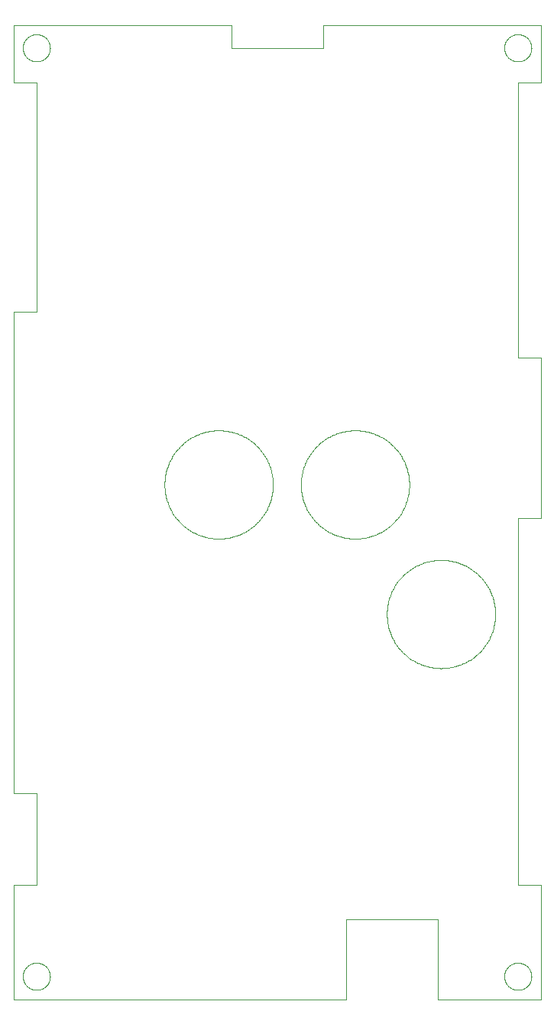
<source format=gbr>
G04 EAGLE Gerber RS-274X export*
G75*
%MOMM*%
%FSLAX34Y34*%
%LPD*%
%INPlexiglass Top*%
%IPPOS*%
%AMOC8*
5,1,8,0,0,1.08239X$1,22.5*%
G01*
%ADD10C,0.076200*%


D10*
X10350Y1054100D02*
X10355Y1054469D01*
X10368Y1054838D01*
X10391Y1055207D01*
X10422Y1055575D01*
X10463Y1055942D01*
X10513Y1056308D01*
X10572Y1056673D01*
X10639Y1057036D01*
X10716Y1057397D01*
X10801Y1057757D01*
X10895Y1058114D01*
X10998Y1058469D01*
X11110Y1058821D01*
X11230Y1059170D01*
X11358Y1059516D01*
X11496Y1059859D01*
X11641Y1060199D01*
X11795Y1060535D01*
X11957Y1060867D01*
X12127Y1061195D01*
X12305Y1061518D01*
X12491Y1061837D01*
X12685Y1062152D01*
X12886Y1062461D01*
X13095Y1062766D01*
X13312Y1063065D01*
X13535Y1063359D01*
X13766Y1063648D01*
X14004Y1063930D01*
X14249Y1064207D01*
X14500Y1064478D01*
X14758Y1064742D01*
X15022Y1065000D01*
X15293Y1065251D01*
X15570Y1065496D01*
X15852Y1065734D01*
X16141Y1065965D01*
X16435Y1066188D01*
X16734Y1066405D01*
X17039Y1066614D01*
X17348Y1066815D01*
X17663Y1067009D01*
X17982Y1067195D01*
X18305Y1067373D01*
X18633Y1067543D01*
X18965Y1067705D01*
X19301Y1067859D01*
X19641Y1068004D01*
X19984Y1068142D01*
X20330Y1068270D01*
X20679Y1068390D01*
X21031Y1068502D01*
X21386Y1068605D01*
X21743Y1068699D01*
X22103Y1068784D01*
X22464Y1068861D01*
X22827Y1068928D01*
X23192Y1068987D01*
X23558Y1069037D01*
X23925Y1069078D01*
X24293Y1069109D01*
X24662Y1069132D01*
X25031Y1069145D01*
X25400Y1069150D01*
X25769Y1069145D01*
X26138Y1069132D01*
X26507Y1069109D01*
X26875Y1069078D01*
X27242Y1069037D01*
X27608Y1068987D01*
X27973Y1068928D01*
X28336Y1068861D01*
X28697Y1068784D01*
X29057Y1068699D01*
X29414Y1068605D01*
X29769Y1068502D01*
X30121Y1068390D01*
X30470Y1068270D01*
X30816Y1068142D01*
X31159Y1068004D01*
X31499Y1067859D01*
X31835Y1067705D01*
X32167Y1067543D01*
X32495Y1067373D01*
X32818Y1067195D01*
X33137Y1067009D01*
X33452Y1066815D01*
X33761Y1066614D01*
X34066Y1066405D01*
X34365Y1066188D01*
X34659Y1065965D01*
X34948Y1065734D01*
X35230Y1065496D01*
X35507Y1065251D01*
X35778Y1065000D01*
X36042Y1064742D01*
X36300Y1064478D01*
X36551Y1064207D01*
X36796Y1063930D01*
X37034Y1063648D01*
X37265Y1063359D01*
X37488Y1063065D01*
X37705Y1062766D01*
X37914Y1062461D01*
X38115Y1062152D01*
X38309Y1061837D01*
X38495Y1061518D01*
X38673Y1061195D01*
X38843Y1060867D01*
X39005Y1060535D01*
X39159Y1060199D01*
X39304Y1059859D01*
X39442Y1059516D01*
X39570Y1059170D01*
X39690Y1058821D01*
X39802Y1058469D01*
X39905Y1058114D01*
X39999Y1057757D01*
X40084Y1057397D01*
X40161Y1057036D01*
X40228Y1056673D01*
X40287Y1056308D01*
X40337Y1055942D01*
X40378Y1055575D01*
X40409Y1055207D01*
X40432Y1054838D01*
X40445Y1054469D01*
X40450Y1054100D01*
X40445Y1053731D01*
X40432Y1053362D01*
X40409Y1052993D01*
X40378Y1052625D01*
X40337Y1052258D01*
X40287Y1051892D01*
X40228Y1051527D01*
X40161Y1051164D01*
X40084Y1050803D01*
X39999Y1050443D01*
X39905Y1050086D01*
X39802Y1049731D01*
X39690Y1049379D01*
X39570Y1049030D01*
X39442Y1048684D01*
X39304Y1048341D01*
X39159Y1048001D01*
X39005Y1047665D01*
X38843Y1047333D01*
X38673Y1047005D01*
X38495Y1046682D01*
X38309Y1046363D01*
X38115Y1046048D01*
X37914Y1045739D01*
X37705Y1045434D01*
X37488Y1045135D01*
X37265Y1044841D01*
X37034Y1044552D01*
X36796Y1044270D01*
X36551Y1043993D01*
X36300Y1043722D01*
X36042Y1043458D01*
X35778Y1043200D01*
X35507Y1042949D01*
X35230Y1042704D01*
X34948Y1042466D01*
X34659Y1042235D01*
X34365Y1042012D01*
X34066Y1041795D01*
X33761Y1041586D01*
X33452Y1041385D01*
X33137Y1041191D01*
X32818Y1041005D01*
X32495Y1040827D01*
X32167Y1040657D01*
X31835Y1040495D01*
X31499Y1040341D01*
X31159Y1040196D01*
X30816Y1040058D01*
X30470Y1039930D01*
X30121Y1039810D01*
X29769Y1039698D01*
X29414Y1039595D01*
X29057Y1039501D01*
X28697Y1039416D01*
X28336Y1039339D01*
X27973Y1039272D01*
X27608Y1039213D01*
X27242Y1039163D01*
X26875Y1039122D01*
X26507Y1039091D01*
X26138Y1039068D01*
X25769Y1039055D01*
X25400Y1039050D01*
X25031Y1039055D01*
X24662Y1039068D01*
X24293Y1039091D01*
X23925Y1039122D01*
X23558Y1039163D01*
X23192Y1039213D01*
X22827Y1039272D01*
X22464Y1039339D01*
X22103Y1039416D01*
X21743Y1039501D01*
X21386Y1039595D01*
X21031Y1039698D01*
X20679Y1039810D01*
X20330Y1039930D01*
X19984Y1040058D01*
X19641Y1040196D01*
X19301Y1040341D01*
X18965Y1040495D01*
X18633Y1040657D01*
X18305Y1040827D01*
X17982Y1041005D01*
X17663Y1041191D01*
X17348Y1041385D01*
X17039Y1041586D01*
X16734Y1041795D01*
X16435Y1042012D01*
X16141Y1042235D01*
X15852Y1042466D01*
X15570Y1042704D01*
X15293Y1042949D01*
X15022Y1043200D01*
X14758Y1043458D01*
X14500Y1043722D01*
X14249Y1043993D01*
X14004Y1044270D01*
X13766Y1044552D01*
X13535Y1044841D01*
X13312Y1045135D01*
X13095Y1045434D01*
X12886Y1045739D01*
X12685Y1046048D01*
X12491Y1046363D01*
X12305Y1046682D01*
X12127Y1047005D01*
X11957Y1047333D01*
X11795Y1047665D01*
X11641Y1048001D01*
X11496Y1048341D01*
X11358Y1048684D01*
X11230Y1049030D01*
X11110Y1049379D01*
X10998Y1049731D01*
X10895Y1050086D01*
X10801Y1050443D01*
X10716Y1050803D01*
X10639Y1051164D01*
X10572Y1051527D01*
X10513Y1051892D01*
X10463Y1052258D01*
X10422Y1052625D01*
X10391Y1052993D01*
X10368Y1053362D01*
X10355Y1053731D01*
X10350Y1054100D01*
X543750Y1054100D02*
X543755Y1054469D01*
X543768Y1054838D01*
X543791Y1055207D01*
X543822Y1055575D01*
X543863Y1055942D01*
X543913Y1056308D01*
X543972Y1056673D01*
X544039Y1057036D01*
X544116Y1057397D01*
X544201Y1057757D01*
X544295Y1058114D01*
X544398Y1058469D01*
X544510Y1058821D01*
X544630Y1059170D01*
X544758Y1059516D01*
X544896Y1059859D01*
X545041Y1060199D01*
X545195Y1060535D01*
X545357Y1060867D01*
X545527Y1061195D01*
X545705Y1061518D01*
X545891Y1061837D01*
X546085Y1062152D01*
X546286Y1062461D01*
X546495Y1062766D01*
X546712Y1063065D01*
X546935Y1063359D01*
X547166Y1063648D01*
X547404Y1063930D01*
X547649Y1064207D01*
X547900Y1064478D01*
X548158Y1064742D01*
X548422Y1065000D01*
X548693Y1065251D01*
X548970Y1065496D01*
X549252Y1065734D01*
X549541Y1065965D01*
X549835Y1066188D01*
X550134Y1066405D01*
X550439Y1066614D01*
X550748Y1066815D01*
X551063Y1067009D01*
X551382Y1067195D01*
X551705Y1067373D01*
X552033Y1067543D01*
X552365Y1067705D01*
X552701Y1067859D01*
X553041Y1068004D01*
X553384Y1068142D01*
X553730Y1068270D01*
X554079Y1068390D01*
X554431Y1068502D01*
X554786Y1068605D01*
X555143Y1068699D01*
X555503Y1068784D01*
X555864Y1068861D01*
X556227Y1068928D01*
X556592Y1068987D01*
X556958Y1069037D01*
X557325Y1069078D01*
X557693Y1069109D01*
X558062Y1069132D01*
X558431Y1069145D01*
X558800Y1069150D01*
X559169Y1069145D01*
X559538Y1069132D01*
X559907Y1069109D01*
X560275Y1069078D01*
X560642Y1069037D01*
X561008Y1068987D01*
X561373Y1068928D01*
X561736Y1068861D01*
X562097Y1068784D01*
X562457Y1068699D01*
X562814Y1068605D01*
X563169Y1068502D01*
X563521Y1068390D01*
X563870Y1068270D01*
X564216Y1068142D01*
X564559Y1068004D01*
X564899Y1067859D01*
X565235Y1067705D01*
X565567Y1067543D01*
X565895Y1067373D01*
X566218Y1067195D01*
X566537Y1067009D01*
X566852Y1066815D01*
X567161Y1066614D01*
X567466Y1066405D01*
X567765Y1066188D01*
X568059Y1065965D01*
X568348Y1065734D01*
X568630Y1065496D01*
X568907Y1065251D01*
X569178Y1065000D01*
X569442Y1064742D01*
X569700Y1064478D01*
X569951Y1064207D01*
X570196Y1063930D01*
X570434Y1063648D01*
X570665Y1063359D01*
X570888Y1063065D01*
X571105Y1062766D01*
X571314Y1062461D01*
X571515Y1062152D01*
X571709Y1061837D01*
X571895Y1061518D01*
X572073Y1061195D01*
X572243Y1060867D01*
X572405Y1060535D01*
X572559Y1060199D01*
X572704Y1059859D01*
X572842Y1059516D01*
X572970Y1059170D01*
X573090Y1058821D01*
X573202Y1058469D01*
X573305Y1058114D01*
X573399Y1057757D01*
X573484Y1057397D01*
X573561Y1057036D01*
X573628Y1056673D01*
X573687Y1056308D01*
X573737Y1055942D01*
X573778Y1055575D01*
X573809Y1055207D01*
X573832Y1054838D01*
X573845Y1054469D01*
X573850Y1054100D01*
X573845Y1053731D01*
X573832Y1053362D01*
X573809Y1052993D01*
X573778Y1052625D01*
X573737Y1052258D01*
X573687Y1051892D01*
X573628Y1051527D01*
X573561Y1051164D01*
X573484Y1050803D01*
X573399Y1050443D01*
X573305Y1050086D01*
X573202Y1049731D01*
X573090Y1049379D01*
X572970Y1049030D01*
X572842Y1048684D01*
X572704Y1048341D01*
X572559Y1048001D01*
X572405Y1047665D01*
X572243Y1047333D01*
X572073Y1047005D01*
X571895Y1046682D01*
X571709Y1046363D01*
X571515Y1046048D01*
X571314Y1045739D01*
X571105Y1045434D01*
X570888Y1045135D01*
X570665Y1044841D01*
X570434Y1044552D01*
X570196Y1044270D01*
X569951Y1043993D01*
X569700Y1043722D01*
X569442Y1043458D01*
X569178Y1043200D01*
X568907Y1042949D01*
X568630Y1042704D01*
X568348Y1042466D01*
X568059Y1042235D01*
X567765Y1042012D01*
X567466Y1041795D01*
X567161Y1041586D01*
X566852Y1041385D01*
X566537Y1041191D01*
X566218Y1041005D01*
X565895Y1040827D01*
X565567Y1040657D01*
X565235Y1040495D01*
X564899Y1040341D01*
X564559Y1040196D01*
X564216Y1040058D01*
X563870Y1039930D01*
X563521Y1039810D01*
X563169Y1039698D01*
X562814Y1039595D01*
X562457Y1039501D01*
X562097Y1039416D01*
X561736Y1039339D01*
X561373Y1039272D01*
X561008Y1039213D01*
X560642Y1039163D01*
X560275Y1039122D01*
X559907Y1039091D01*
X559538Y1039068D01*
X559169Y1039055D01*
X558800Y1039050D01*
X558431Y1039055D01*
X558062Y1039068D01*
X557693Y1039091D01*
X557325Y1039122D01*
X556958Y1039163D01*
X556592Y1039213D01*
X556227Y1039272D01*
X555864Y1039339D01*
X555503Y1039416D01*
X555143Y1039501D01*
X554786Y1039595D01*
X554431Y1039698D01*
X554079Y1039810D01*
X553730Y1039930D01*
X553384Y1040058D01*
X553041Y1040196D01*
X552701Y1040341D01*
X552365Y1040495D01*
X552033Y1040657D01*
X551705Y1040827D01*
X551382Y1041005D01*
X551063Y1041191D01*
X550748Y1041385D01*
X550439Y1041586D01*
X550134Y1041795D01*
X549835Y1042012D01*
X549541Y1042235D01*
X549252Y1042466D01*
X548970Y1042704D01*
X548693Y1042949D01*
X548422Y1043200D01*
X548158Y1043458D01*
X547900Y1043722D01*
X547649Y1043993D01*
X547404Y1044270D01*
X547166Y1044552D01*
X546935Y1044841D01*
X546712Y1045135D01*
X546495Y1045434D01*
X546286Y1045739D01*
X546085Y1046048D01*
X545891Y1046363D01*
X545705Y1046682D01*
X545527Y1047005D01*
X545357Y1047333D01*
X545195Y1047665D01*
X545041Y1048001D01*
X544896Y1048341D01*
X544758Y1048684D01*
X544630Y1049030D01*
X544510Y1049379D01*
X544398Y1049731D01*
X544295Y1050086D01*
X544201Y1050443D01*
X544116Y1050803D01*
X544039Y1051164D01*
X543972Y1051527D01*
X543913Y1051892D01*
X543863Y1052258D01*
X543822Y1052625D01*
X543791Y1052993D01*
X543768Y1053362D01*
X543755Y1053731D01*
X543750Y1054100D01*
X543750Y25400D02*
X543755Y25769D01*
X543768Y26138D01*
X543791Y26507D01*
X543822Y26875D01*
X543863Y27242D01*
X543913Y27608D01*
X543972Y27973D01*
X544039Y28336D01*
X544116Y28697D01*
X544201Y29057D01*
X544295Y29414D01*
X544398Y29769D01*
X544510Y30121D01*
X544630Y30470D01*
X544758Y30816D01*
X544896Y31159D01*
X545041Y31499D01*
X545195Y31835D01*
X545357Y32167D01*
X545527Y32495D01*
X545705Y32818D01*
X545891Y33137D01*
X546085Y33452D01*
X546286Y33761D01*
X546495Y34066D01*
X546712Y34365D01*
X546935Y34659D01*
X547166Y34948D01*
X547404Y35230D01*
X547649Y35507D01*
X547900Y35778D01*
X548158Y36042D01*
X548422Y36300D01*
X548693Y36551D01*
X548970Y36796D01*
X549252Y37034D01*
X549541Y37265D01*
X549835Y37488D01*
X550134Y37705D01*
X550439Y37914D01*
X550748Y38115D01*
X551063Y38309D01*
X551382Y38495D01*
X551705Y38673D01*
X552033Y38843D01*
X552365Y39005D01*
X552701Y39159D01*
X553041Y39304D01*
X553384Y39442D01*
X553730Y39570D01*
X554079Y39690D01*
X554431Y39802D01*
X554786Y39905D01*
X555143Y39999D01*
X555503Y40084D01*
X555864Y40161D01*
X556227Y40228D01*
X556592Y40287D01*
X556958Y40337D01*
X557325Y40378D01*
X557693Y40409D01*
X558062Y40432D01*
X558431Y40445D01*
X558800Y40450D01*
X559169Y40445D01*
X559538Y40432D01*
X559907Y40409D01*
X560275Y40378D01*
X560642Y40337D01*
X561008Y40287D01*
X561373Y40228D01*
X561736Y40161D01*
X562097Y40084D01*
X562457Y39999D01*
X562814Y39905D01*
X563169Y39802D01*
X563521Y39690D01*
X563870Y39570D01*
X564216Y39442D01*
X564559Y39304D01*
X564899Y39159D01*
X565235Y39005D01*
X565567Y38843D01*
X565895Y38673D01*
X566218Y38495D01*
X566537Y38309D01*
X566852Y38115D01*
X567161Y37914D01*
X567466Y37705D01*
X567765Y37488D01*
X568059Y37265D01*
X568348Y37034D01*
X568630Y36796D01*
X568907Y36551D01*
X569178Y36300D01*
X569442Y36042D01*
X569700Y35778D01*
X569951Y35507D01*
X570196Y35230D01*
X570434Y34948D01*
X570665Y34659D01*
X570888Y34365D01*
X571105Y34066D01*
X571314Y33761D01*
X571515Y33452D01*
X571709Y33137D01*
X571895Y32818D01*
X572073Y32495D01*
X572243Y32167D01*
X572405Y31835D01*
X572559Y31499D01*
X572704Y31159D01*
X572842Y30816D01*
X572970Y30470D01*
X573090Y30121D01*
X573202Y29769D01*
X573305Y29414D01*
X573399Y29057D01*
X573484Y28697D01*
X573561Y28336D01*
X573628Y27973D01*
X573687Y27608D01*
X573737Y27242D01*
X573778Y26875D01*
X573809Y26507D01*
X573832Y26138D01*
X573845Y25769D01*
X573850Y25400D01*
X573845Y25031D01*
X573832Y24662D01*
X573809Y24293D01*
X573778Y23925D01*
X573737Y23558D01*
X573687Y23192D01*
X573628Y22827D01*
X573561Y22464D01*
X573484Y22103D01*
X573399Y21743D01*
X573305Y21386D01*
X573202Y21031D01*
X573090Y20679D01*
X572970Y20330D01*
X572842Y19984D01*
X572704Y19641D01*
X572559Y19301D01*
X572405Y18965D01*
X572243Y18633D01*
X572073Y18305D01*
X571895Y17982D01*
X571709Y17663D01*
X571515Y17348D01*
X571314Y17039D01*
X571105Y16734D01*
X570888Y16435D01*
X570665Y16141D01*
X570434Y15852D01*
X570196Y15570D01*
X569951Y15293D01*
X569700Y15022D01*
X569442Y14758D01*
X569178Y14500D01*
X568907Y14249D01*
X568630Y14004D01*
X568348Y13766D01*
X568059Y13535D01*
X567765Y13312D01*
X567466Y13095D01*
X567161Y12886D01*
X566852Y12685D01*
X566537Y12491D01*
X566218Y12305D01*
X565895Y12127D01*
X565567Y11957D01*
X565235Y11795D01*
X564899Y11641D01*
X564559Y11496D01*
X564216Y11358D01*
X563870Y11230D01*
X563521Y11110D01*
X563169Y10998D01*
X562814Y10895D01*
X562457Y10801D01*
X562097Y10716D01*
X561736Y10639D01*
X561373Y10572D01*
X561008Y10513D01*
X560642Y10463D01*
X560275Y10422D01*
X559907Y10391D01*
X559538Y10368D01*
X559169Y10355D01*
X558800Y10350D01*
X558431Y10355D01*
X558062Y10368D01*
X557693Y10391D01*
X557325Y10422D01*
X556958Y10463D01*
X556592Y10513D01*
X556227Y10572D01*
X555864Y10639D01*
X555503Y10716D01*
X555143Y10801D01*
X554786Y10895D01*
X554431Y10998D01*
X554079Y11110D01*
X553730Y11230D01*
X553384Y11358D01*
X553041Y11496D01*
X552701Y11641D01*
X552365Y11795D01*
X552033Y11957D01*
X551705Y12127D01*
X551382Y12305D01*
X551063Y12491D01*
X550748Y12685D01*
X550439Y12886D01*
X550134Y13095D01*
X549835Y13312D01*
X549541Y13535D01*
X549252Y13766D01*
X548970Y14004D01*
X548693Y14249D01*
X548422Y14500D01*
X548158Y14758D01*
X547900Y15022D01*
X547649Y15293D01*
X547404Y15570D01*
X547166Y15852D01*
X546935Y16141D01*
X546712Y16435D01*
X546495Y16734D01*
X546286Y17039D01*
X546085Y17348D01*
X545891Y17663D01*
X545705Y17982D01*
X545527Y18305D01*
X545357Y18633D01*
X545195Y18965D01*
X545041Y19301D01*
X544896Y19641D01*
X544758Y19984D01*
X544630Y20330D01*
X544510Y20679D01*
X544398Y21031D01*
X544295Y21386D01*
X544201Y21743D01*
X544116Y22103D01*
X544039Y22464D01*
X543972Y22827D01*
X543913Y23192D01*
X543863Y23558D01*
X543822Y23925D01*
X543791Y24293D01*
X543768Y24662D01*
X543755Y25031D01*
X543750Y25400D01*
X10350Y25400D02*
X10355Y25769D01*
X10368Y26138D01*
X10391Y26507D01*
X10422Y26875D01*
X10463Y27242D01*
X10513Y27608D01*
X10572Y27973D01*
X10639Y28336D01*
X10716Y28697D01*
X10801Y29057D01*
X10895Y29414D01*
X10998Y29769D01*
X11110Y30121D01*
X11230Y30470D01*
X11358Y30816D01*
X11496Y31159D01*
X11641Y31499D01*
X11795Y31835D01*
X11957Y32167D01*
X12127Y32495D01*
X12305Y32818D01*
X12491Y33137D01*
X12685Y33452D01*
X12886Y33761D01*
X13095Y34066D01*
X13312Y34365D01*
X13535Y34659D01*
X13766Y34948D01*
X14004Y35230D01*
X14249Y35507D01*
X14500Y35778D01*
X14758Y36042D01*
X15022Y36300D01*
X15293Y36551D01*
X15570Y36796D01*
X15852Y37034D01*
X16141Y37265D01*
X16435Y37488D01*
X16734Y37705D01*
X17039Y37914D01*
X17348Y38115D01*
X17663Y38309D01*
X17982Y38495D01*
X18305Y38673D01*
X18633Y38843D01*
X18965Y39005D01*
X19301Y39159D01*
X19641Y39304D01*
X19984Y39442D01*
X20330Y39570D01*
X20679Y39690D01*
X21031Y39802D01*
X21386Y39905D01*
X21743Y39999D01*
X22103Y40084D01*
X22464Y40161D01*
X22827Y40228D01*
X23192Y40287D01*
X23558Y40337D01*
X23925Y40378D01*
X24293Y40409D01*
X24662Y40432D01*
X25031Y40445D01*
X25400Y40450D01*
X25769Y40445D01*
X26138Y40432D01*
X26507Y40409D01*
X26875Y40378D01*
X27242Y40337D01*
X27608Y40287D01*
X27973Y40228D01*
X28336Y40161D01*
X28697Y40084D01*
X29057Y39999D01*
X29414Y39905D01*
X29769Y39802D01*
X30121Y39690D01*
X30470Y39570D01*
X30816Y39442D01*
X31159Y39304D01*
X31499Y39159D01*
X31835Y39005D01*
X32167Y38843D01*
X32495Y38673D01*
X32818Y38495D01*
X33137Y38309D01*
X33452Y38115D01*
X33761Y37914D01*
X34066Y37705D01*
X34365Y37488D01*
X34659Y37265D01*
X34948Y37034D01*
X35230Y36796D01*
X35507Y36551D01*
X35778Y36300D01*
X36042Y36042D01*
X36300Y35778D01*
X36551Y35507D01*
X36796Y35230D01*
X37034Y34948D01*
X37265Y34659D01*
X37488Y34365D01*
X37705Y34066D01*
X37914Y33761D01*
X38115Y33452D01*
X38309Y33137D01*
X38495Y32818D01*
X38673Y32495D01*
X38843Y32167D01*
X39005Y31835D01*
X39159Y31499D01*
X39304Y31159D01*
X39442Y30816D01*
X39570Y30470D01*
X39690Y30121D01*
X39802Y29769D01*
X39905Y29414D01*
X39999Y29057D01*
X40084Y28697D01*
X40161Y28336D01*
X40228Y27973D01*
X40287Y27608D01*
X40337Y27242D01*
X40378Y26875D01*
X40409Y26507D01*
X40432Y26138D01*
X40445Y25769D01*
X40450Y25400D01*
X40445Y25031D01*
X40432Y24662D01*
X40409Y24293D01*
X40378Y23925D01*
X40337Y23558D01*
X40287Y23192D01*
X40228Y22827D01*
X40161Y22464D01*
X40084Y22103D01*
X39999Y21743D01*
X39905Y21386D01*
X39802Y21031D01*
X39690Y20679D01*
X39570Y20330D01*
X39442Y19984D01*
X39304Y19641D01*
X39159Y19301D01*
X39005Y18965D01*
X38843Y18633D01*
X38673Y18305D01*
X38495Y17982D01*
X38309Y17663D01*
X38115Y17348D01*
X37914Y17039D01*
X37705Y16734D01*
X37488Y16435D01*
X37265Y16141D01*
X37034Y15852D01*
X36796Y15570D01*
X36551Y15293D01*
X36300Y15022D01*
X36042Y14758D01*
X35778Y14500D01*
X35507Y14249D01*
X35230Y14004D01*
X34948Y13766D01*
X34659Y13535D01*
X34365Y13312D01*
X34066Y13095D01*
X33761Y12886D01*
X33452Y12685D01*
X33137Y12491D01*
X32818Y12305D01*
X32495Y12127D01*
X32167Y11957D01*
X31835Y11795D01*
X31499Y11641D01*
X31159Y11496D01*
X30816Y11358D01*
X30470Y11230D01*
X30121Y11110D01*
X29769Y10998D01*
X29414Y10895D01*
X29057Y10801D01*
X28697Y10716D01*
X28336Y10639D01*
X27973Y10572D01*
X27608Y10513D01*
X27242Y10463D01*
X26875Y10422D01*
X26507Y10391D01*
X26138Y10368D01*
X25769Y10355D01*
X25400Y10350D01*
X25031Y10355D01*
X24662Y10368D01*
X24293Y10391D01*
X23925Y10422D01*
X23558Y10463D01*
X23192Y10513D01*
X22827Y10572D01*
X22464Y10639D01*
X22103Y10716D01*
X21743Y10801D01*
X21386Y10895D01*
X21031Y10998D01*
X20679Y11110D01*
X20330Y11230D01*
X19984Y11358D01*
X19641Y11496D01*
X19301Y11641D01*
X18965Y11795D01*
X18633Y11957D01*
X18305Y12127D01*
X17982Y12305D01*
X17663Y12491D01*
X17348Y12685D01*
X17039Y12886D01*
X16734Y13095D01*
X16435Y13312D01*
X16141Y13535D01*
X15852Y13766D01*
X15570Y14004D01*
X15293Y14249D01*
X15022Y14500D01*
X14758Y14758D01*
X14500Y15022D01*
X14249Y15293D01*
X14004Y15570D01*
X13766Y15852D01*
X13535Y16141D01*
X13312Y16435D01*
X13095Y16734D01*
X12886Y17039D01*
X12685Y17348D01*
X12491Y17663D01*
X12305Y17982D01*
X12127Y18305D01*
X11957Y18633D01*
X11795Y18965D01*
X11641Y19301D01*
X11496Y19641D01*
X11358Y19984D01*
X11230Y20330D01*
X11110Y20679D01*
X10998Y21031D01*
X10895Y21386D01*
X10801Y21743D01*
X10716Y22103D01*
X10639Y22464D01*
X10572Y22827D01*
X10513Y23192D01*
X10463Y23558D01*
X10422Y23925D01*
X10391Y24293D01*
X10368Y24662D01*
X10355Y25031D01*
X10350Y25400D01*
X167330Y570230D02*
X167348Y571702D01*
X167402Y573174D01*
X167493Y574644D01*
X167619Y576111D01*
X167781Y577575D01*
X167979Y579034D01*
X168213Y580488D01*
X168483Y581935D01*
X168788Y583376D01*
X169128Y584809D01*
X169503Y586233D01*
X169914Y587647D01*
X170358Y589051D01*
X170837Y590443D01*
X171350Y591824D01*
X171897Y593191D01*
X172477Y594544D01*
X173091Y595883D01*
X173737Y597207D01*
X174415Y598514D01*
X175125Y599804D01*
X175866Y601076D01*
X176639Y602330D01*
X177442Y603564D01*
X178275Y604778D01*
X179138Y605972D01*
X180029Y607144D01*
X180949Y608294D01*
X181897Y609420D01*
X182873Y610524D01*
X183875Y611602D01*
X184904Y612656D01*
X185958Y613685D01*
X187036Y614687D01*
X188140Y615663D01*
X189266Y616611D01*
X190416Y617531D01*
X191588Y618422D01*
X192782Y619285D01*
X193996Y620118D01*
X195230Y620921D01*
X196484Y621694D01*
X197756Y622435D01*
X199046Y623145D01*
X200353Y623823D01*
X201677Y624469D01*
X203016Y625083D01*
X204369Y625663D01*
X205736Y626210D01*
X207117Y626723D01*
X208509Y627202D01*
X209913Y627646D01*
X211327Y628057D01*
X212751Y628432D01*
X214184Y628772D01*
X215625Y629077D01*
X217072Y629347D01*
X218526Y629581D01*
X219985Y629779D01*
X221449Y629941D01*
X222916Y630067D01*
X224386Y630158D01*
X225858Y630212D01*
X227330Y630230D01*
X228802Y630212D01*
X230274Y630158D01*
X231744Y630067D01*
X233211Y629941D01*
X234675Y629779D01*
X236134Y629581D01*
X237588Y629347D01*
X239035Y629077D01*
X240476Y628772D01*
X241909Y628432D01*
X243333Y628057D01*
X244747Y627646D01*
X246151Y627202D01*
X247543Y626723D01*
X248924Y626210D01*
X250291Y625663D01*
X251644Y625083D01*
X252983Y624469D01*
X254307Y623823D01*
X255614Y623145D01*
X256904Y622435D01*
X258176Y621694D01*
X259430Y620921D01*
X260664Y620118D01*
X261878Y619285D01*
X263072Y618422D01*
X264244Y617531D01*
X265394Y616611D01*
X266520Y615663D01*
X267624Y614687D01*
X268702Y613685D01*
X269756Y612656D01*
X270785Y611602D01*
X271787Y610524D01*
X272763Y609420D01*
X273711Y608294D01*
X274631Y607144D01*
X275522Y605972D01*
X276385Y604778D01*
X277218Y603564D01*
X278021Y602330D01*
X278794Y601076D01*
X279535Y599804D01*
X280245Y598514D01*
X280923Y597207D01*
X281569Y595883D01*
X282183Y594544D01*
X282763Y593191D01*
X283310Y591824D01*
X283823Y590443D01*
X284302Y589051D01*
X284746Y587647D01*
X285157Y586233D01*
X285532Y584809D01*
X285872Y583376D01*
X286177Y581935D01*
X286447Y580488D01*
X286681Y579034D01*
X286879Y577575D01*
X287041Y576111D01*
X287167Y574644D01*
X287258Y573174D01*
X287312Y571702D01*
X287330Y570230D01*
X287312Y568758D01*
X287258Y567286D01*
X287167Y565816D01*
X287041Y564349D01*
X286879Y562885D01*
X286681Y561426D01*
X286447Y559972D01*
X286177Y558525D01*
X285872Y557084D01*
X285532Y555651D01*
X285157Y554227D01*
X284746Y552813D01*
X284302Y551409D01*
X283823Y550017D01*
X283310Y548636D01*
X282763Y547269D01*
X282183Y545916D01*
X281569Y544577D01*
X280923Y543253D01*
X280245Y541946D01*
X279535Y540656D01*
X278794Y539384D01*
X278021Y538130D01*
X277218Y536896D01*
X276385Y535682D01*
X275522Y534488D01*
X274631Y533316D01*
X273711Y532166D01*
X272763Y531040D01*
X271787Y529936D01*
X270785Y528858D01*
X269756Y527804D01*
X268702Y526775D01*
X267624Y525773D01*
X266520Y524797D01*
X265394Y523849D01*
X264244Y522929D01*
X263072Y522038D01*
X261878Y521175D01*
X260664Y520342D01*
X259430Y519539D01*
X258176Y518766D01*
X256904Y518025D01*
X255614Y517315D01*
X254307Y516637D01*
X252983Y515991D01*
X251644Y515377D01*
X250291Y514797D01*
X248924Y514250D01*
X247543Y513737D01*
X246151Y513258D01*
X244747Y512814D01*
X243333Y512403D01*
X241909Y512028D01*
X240476Y511688D01*
X239035Y511383D01*
X237588Y511113D01*
X236134Y510879D01*
X234675Y510681D01*
X233211Y510519D01*
X231744Y510393D01*
X230274Y510302D01*
X228802Y510248D01*
X227330Y510230D01*
X225858Y510248D01*
X224386Y510302D01*
X222916Y510393D01*
X221449Y510519D01*
X219985Y510681D01*
X218526Y510879D01*
X217072Y511113D01*
X215625Y511383D01*
X214184Y511688D01*
X212751Y512028D01*
X211327Y512403D01*
X209913Y512814D01*
X208509Y513258D01*
X207117Y513737D01*
X205736Y514250D01*
X204369Y514797D01*
X203016Y515377D01*
X201677Y515991D01*
X200353Y516637D01*
X199046Y517315D01*
X197756Y518025D01*
X196484Y518766D01*
X195230Y519539D01*
X193996Y520342D01*
X192782Y521175D01*
X191588Y522038D01*
X190416Y522929D01*
X189266Y523849D01*
X188140Y524797D01*
X187036Y525773D01*
X185958Y526775D01*
X184904Y527804D01*
X183875Y528858D01*
X182873Y529936D01*
X181897Y531040D01*
X180949Y532166D01*
X180029Y533316D01*
X179138Y534488D01*
X178275Y535682D01*
X177442Y536896D01*
X176639Y538130D01*
X175866Y539384D01*
X175125Y540656D01*
X174415Y541946D01*
X173737Y543253D01*
X173091Y544577D01*
X172477Y545916D01*
X171897Y547269D01*
X171350Y548636D01*
X170837Y550017D01*
X170358Y551409D01*
X169914Y552813D01*
X169503Y554227D01*
X169128Y555651D01*
X168788Y557084D01*
X168483Y558525D01*
X168213Y559972D01*
X167979Y561426D01*
X167781Y562885D01*
X167619Y564349D01*
X167493Y565816D01*
X167402Y567286D01*
X167348Y568758D01*
X167330Y570230D01*
X318460Y570230D02*
X318478Y571702D01*
X318532Y573174D01*
X318623Y574644D01*
X318749Y576111D01*
X318911Y577575D01*
X319109Y579034D01*
X319343Y580488D01*
X319613Y581935D01*
X319918Y583376D01*
X320258Y584809D01*
X320633Y586233D01*
X321044Y587647D01*
X321488Y589051D01*
X321967Y590443D01*
X322480Y591824D01*
X323027Y593191D01*
X323607Y594544D01*
X324221Y595883D01*
X324867Y597207D01*
X325545Y598514D01*
X326255Y599804D01*
X326996Y601076D01*
X327769Y602330D01*
X328572Y603564D01*
X329405Y604778D01*
X330268Y605972D01*
X331159Y607144D01*
X332079Y608294D01*
X333027Y609420D01*
X334003Y610524D01*
X335005Y611602D01*
X336034Y612656D01*
X337088Y613685D01*
X338166Y614687D01*
X339270Y615663D01*
X340396Y616611D01*
X341546Y617531D01*
X342718Y618422D01*
X343912Y619285D01*
X345126Y620118D01*
X346360Y620921D01*
X347614Y621694D01*
X348886Y622435D01*
X350176Y623145D01*
X351483Y623823D01*
X352807Y624469D01*
X354146Y625083D01*
X355499Y625663D01*
X356866Y626210D01*
X358247Y626723D01*
X359639Y627202D01*
X361043Y627646D01*
X362457Y628057D01*
X363881Y628432D01*
X365314Y628772D01*
X366755Y629077D01*
X368202Y629347D01*
X369656Y629581D01*
X371115Y629779D01*
X372579Y629941D01*
X374046Y630067D01*
X375516Y630158D01*
X376988Y630212D01*
X378460Y630230D01*
X379932Y630212D01*
X381404Y630158D01*
X382874Y630067D01*
X384341Y629941D01*
X385805Y629779D01*
X387264Y629581D01*
X388718Y629347D01*
X390165Y629077D01*
X391606Y628772D01*
X393039Y628432D01*
X394463Y628057D01*
X395877Y627646D01*
X397281Y627202D01*
X398673Y626723D01*
X400054Y626210D01*
X401421Y625663D01*
X402774Y625083D01*
X404113Y624469D01*
X405437Y623823D01*
X406744Y623145D01*
X408034Y622435D01*
X409306Y621694D01*
X410560Y620921D01*
X411794Y620118D01*
X413008Y619285D01*
X414202Y618422D01*
X415374Y617531D01*
X416524Y616611D01*
X417650Y615663D01*
X418754Y614687D01*
X419832Y613685D01*
X420886Y612656D01*
X421915Y611602D01*
X422917Y610524D01*
X423893Y609420D01*
X424841Y608294D01*
X425761Y607144D01*
X426652Y605972D01*
X427515Y604778D01*
X428348Y603564D01*
X429151Y602330D01*
X429924Y601076D01*
X430665Y599804D01*
X431375Y598514D01*
X432053Y597207D01*
X432699Y595883D01*
X433313Y594544D01*
X433893Y593191D01*
X434440Y591824D01*
X434953Y590443D01*
X435432Y589051D01*
X435876Y587647D01*
X436287Y586233D01*
X436662Y584809D01*
X437002Y583376D01*
X437307Y581935D01*
X437577Y580488D01*
X437811Y579034D01*
X438009Y577575D01*
X438171Y576111D01*
X438297Y574644D01*
X438388Y573174D01*
X438442Y571702D01*
X438460Y570230D01*
X438442Y568758D01*
X438388Y567286D01*
X438297Y565816D01*
X438171Y564349D01*
X438009Y562885D01*
X437811Y561426D01*
X437577Y559972D01*
X437307Y558525D01*
X437002Y557084D01*
X436662Y555651D01*
X436287Y554227D01*
X435876Y552813D01*
X435432Y551409D01*
X434953Y550017D01*
X434440Y548636D01*
X433893Y547269D01*
X433313Y545916D01*
X432699Y544577D01*
X432053Y543253D01*
X431375Y541946D01*
X430665Y540656D01*
X429924Y539384D01*
X429151Y538130D01*
X428348Y536896D01*
X427515Y535682D01*
X426652Y534488D01*
X425761Y533316D01*
X424841Y532166D01*
X423893Y531040D01*
X422917Y529936D01*
X421915Y528858D01*
X420886Y527804D01*
X419832Y526775D01*
X418754Y525773D01*
X417650Y524797D01*
X416524Y523849D01*
X415374Y522929D01*
X414202Y522038D01*
X413008Y521175D01*
X411794Y520342D01*
X410560Y519539D01*
X409306Y518766D01*
X408034Y518025D01*
X406744Y517315D01*
X405437Y516637D01*
X404113Y515991D01*
X402774Y515377D01*
X401421Y514797D01*
X400054Y514250D01*
X398673Y513737D01*
X397281Y513258D01*
X395877Y512814D01*
X394463Y512403D01*
X393039Y512028D01*
X391606Y511688D01*
X390165Y511383D01*
X388718Y511113D01*
X387264Y510879D01*
X385805Y510681D01*
X384341Y510519D01*
X382874Y510393D01*
X381404Y510302D01*
X379932Y510248D01*
X378460Y510230D01*
X376988Y510248D01*
X375516Y510302D01*
X374046Y510393D01*
X372579Y510519D01*
X371115Y510681D01*
X369656Y510879D01*
X368202Y511113D01*
X366755Y511383D01*
X365314Y511688D01*
X363881Y512028D01*
X362457Y512403D01*
X361043Y512814D01*
X359639Y513258D01*
X358247Y513737D01*
X356866Y514250D01*
X355499Y514797D01*
X354146Y515377D01*
X352807Y515991D01*
X351483Y516637D01*
X350176Y517315D01*
X348886Y518025D01*
X347614Y518766D01*
X346360Y519539D01*
X345126Y520342D01*
X343912Y521175D01*
X342718Y522038D01*
X341546Y522929D01*
X340396Y523849D01*
X339270Y524797D01*
X338166Y525773D01*
X337088Y526775D01*
X336034Y527804D01*
X335005Y528858D01*
X334003Y529936D01*
X333027Y531040D01*
X332079Y532166D01*
X331159Y533316D01*
X330268Y534488D01*
X329405Y535682D01*
X328572Y536896D01*
X327769Y538130D01*
X326996Y539384D01*
X326255Y540656D01*
X325545Y541946D01*
X324867Y543253D01*
X324221Y544577D01*
X323607Y545916D01*
X323027Y547269D01*
X322480Y548636D01*
X321967Y550017D01*
X321488Y551409D01*
X321044Y552813D01*
X320633Y554227D01*
X320258Y555651D01*
X319918Y557084D01*
X319613Y558525D01*
X319343Y559972D01*
X319109Y561426D01*
X318911Y562885D01*
X318749Y564349D01*
X318623Y565816D01*
X318532Y567286D01*
X318478Y568758D01*
X318460Y570230D01*
X413710Y426720D02*
X413728Y428192D01*
X413782Y429664D01*
X413873Y431134D01*
X413999Y432601D01*
X414161Y434065D01*
X414359Y435524D01*
X414593Y436978D01*
X414863Y438425D01*
X415168Y439866D01*
X415508Y441299D01*
X415883Y442723D01*
X416294Y444137D01*
X416738Y445541D01*
X417217Y446933D01*
X417730Y448314D01*
X418277Y449681D01*
X418857Y451034D01*
X419471Y452373D01*
X420117Y453697D01*
X420795Y455004D01*
X421505Y456294D01*
X422246Y457566D01*
X423019Y458820D01*
X423822Y460054D01*
X424655Y461268D01*
X425518Y462462D01*
X426409Y463634D01*
X427329Y464784D01*
X428277Y465910D01*
X429253Y467014D01*
X430255Y468092D01*
X431284Y469146D01*
X432338Y470175D01*
X433416Y471177D01*
X434520Y472153D01*
X435646Y473101D01*
X436796Y474021D01*
X437968Y474912D01*
X439162Y475775D01*
X440376Y476608D01*
X441610Y477411D01*
X442864Y478184D01*
X444136Y478925D01*
X445426Y479635D01*
X446733Y480313D01*
X448057Y480959D01*
X449396Y481573D01*
X450749Y482153D01*
X452116Y482700D01*
X453497Y483213D01*
X454889Y483692D01*
X456293Y484136D01*
X457707Y484547D01*
X459131Y484922D01*
X460564Y485262D01*
X462005Y485567D01*
X463452Y485837D01*
X464906Y486071D01*
X466365Y486269D01*
X467829Y486431D01*
X469296Y486557D01*
X470766Y486648D01*
X472238Y486702D01*
X473710Y486720D01*
X475182Y486702D01*
X476654Y486648D01*
X478124Y486557D01*
X479591Y486431D01*
X481055Y486269D01*
X482514Y486071D01*
X483968Y485837D01*
X485415Y485567D01*
X486856Y485262D01*
X488289Y484922D01*
X489713Y484547D01*
X491127Y484136D01*
X492531Y483692D01*
X493923Y483213D01*
X495304Y482700D01*
X496671Y482153D01*
X498024Y481573D01*
X499363Y480959D01*
X500687Y480313D01*
X501994Y479635D01*
X503284Y478925D01*
X504556Y478184D01*
X505810Y477411D01*
X507044Y476608D01*
X508258Y475775D01*
X509452Y474912D01*
X510624Y474021D01*
X511774Y473101D01*
X512900Y472153D01*
X514004Y471177D01*
X515082Y470175D01*
X516136Y469146D01*
X517165Y468092D01*
X518167Y467014D01*
X519143Y465910D01*
X520091Y464784D01*
X521011Y463634D01*
X521902Y462462D01*
X522765Y461268D01*
X523598Y460054D01*
X524401Y458820D01*
X525174Y457566D01*
X525915Y456294D01*
X526625Y455004D01*
X527303Y453697D01*
X527949Y452373D01*
X528563Y451034D01*
X529143Y449681D01*
X529690Y448314D01*
X530203Y446933D01*
X530682Y445541D01*
X531126Y444137D01*
X531537Y442723D01*
X531912Y441299D01*
X532252Y439866D01*
X532557Y438425D01*
X532827Y436978D01*
X533061Y435524D01*
X533259Y434065D01*
X533421Y432601D01*
X533547Y431134D01*
X533638Y429664D01*
X533692Y428192D01*
X533710Y426720D01*
X533692Y425248D01*
X533638Y423776D01*
X533547Y422306D01*
X533421Y420839D01*
X533259Y419375D01*
X533061Y417916D01*
X532827Y416462D01*
X532557Y415015D01*
X532252Y413574D01*
X531912Y412141D01*
X531537Y410717D01*
X531126Y409303D01*
X530682Y407899D01*
X530203Y406507D01*
X529690Y405126D01*
X529143Y403759D01*
X528563Y402406D01*
X527949Y401067D01*
X527303Y399743D01*
X526625Y398436D01*
X525915Y397146D01*
X525174Y395874D01*
X524401Y394620D01*
X523598Y393386D01*
X522765Y392172D01*
X521902Y390978D01*
X521011Y389806D01*
X520091Y388656D01*
X519143Y387530D01*
X518167Y386426D01*
X517165Y385348D01*
X516136Y384294D01*
X515082Y383265D01*
X514004Y382263D01*
X512900Y381287D01*
X511774Y380339D01*
X510624Y379419D01*
X509452Y378528D01*
X508258Y377665D01*
X507044Y376832D01*
X505810Y376029D01*
X504556Y375256D01*
X503284Y374515D01*
X501994Y373805D01*
X500687Y373127D01*
X499363Y372481D01*
X498024Y371867D01*
X496671Y371287D01*
X495304Y370740D01*
X493923Y370227D01*
X492531Y369748D01*
X491127Y369304D01*
X489713Y368893D01*
X488289Y368518D01*
X486856Y368178D01*
X485415Y367873D01*
X483968Y367603D01*
X482514Y367369D01*
X481055Y367171D01*
X479591Y367009D01*
X478124Y366883D01*
X476654Y366792D01*
X475182Y366738D01*
X473710Y366720D01*
X472238Y366738D01*
X470766Y366792D01*
X469296Y366883D01*
X467829Y367009D01*
X466365Y367171D01*
X464906Y367369D01*
X463452Y367603D01*
X462005Y367873D01*
X460564Y368178D01*
X459131Y368518D01*
X457707Y368893D01*
X456293Y369304D01*
X454889Y369748D01*
X453497Y370227D01*
X452116Y370740D01*
X450749Y371287D01*
X449396Y371867D01*
X448057Y372481D01*
X446733Y373127D01*
X445426Y373805D01*
X444136Y374515D01*
X442864Y375256D01*
X441610Y376029D01*
X440376Y376832D01*
X439162Y377665D01*
X437968Y378528D01*
X436796Y379419D01*
X435646Y380339D01*
X434520Y381287D01*
X433416Y382263D01*
X432338Y383265D01*
X431284Y384294D01*
X430255Y385348D01*
X429253Y386426D01*
X428277Y387530D01*
X427329Y388656D01*
X426409Y389806D01*
X425518Y390978D01*
X424655Y392172D01*
X423822Y393386D01*
X423019Y394620D01*
X422246Y395874D01*
X421505Y397146D01*
X420795Y398436D01*
X420117Y399743D01*
X419471Y401067D01*
X418857Y402406D01*
X418277Y403759D01*
X417730Y405126D01*
X417217Y406507D01*
X416738Y407899D01*
X416294Y409303D01*
X415883Y410717D01*
X415508Y412141D01*
X415168Y413574D01*
X414863Y415015D01*
X414593Y416462D01*
X414359Y417916D01*
X414161Y419375D01*
X413999Y420839D01*
X413873Y422306D01*
X413782Y423776D01*
X413728Y425248D01*
X413710Y426720D01*
X368300Y0D02*
X0Y0D01*
X469900Y0D02*
X584200Y0D01*
X584200Y127000D01*
X584200Y533400D02*
X584200Y711200D01*
X584200Y1016000D02*
X584200Y1079500D01*
X342900Y1079500D01*
X241300Y1079500D02*
X0Y1079500D01*
X0Y127000D02*
X0Y0D01*
X0Y127000D02*
X25400Y127000D01*
X25400Y228600D01*
X0Y228600D01*
X558800Y127000D02*
X584200Y127000D01*
X241300Y1054100D02*
X241300Y1079500D01*
X241300Y1054100D02*
X342900Y1054100D01*
X342900Y1079500D01*
X25400Y1016000D02*
X0Y1016000D01*
X25400Y1016000D02*
X25400Y762000D01*
X0Y762000D01*
X0Y1016000D02*
X0Y1079500D01*
X0Y762000D02*
X0Y228600D01*
X558800Y127000D02*
X558800Y533400D01*
X584200Y533400D01*
X469900Y88900D02*
X469900Y0D01*
X469900Y88900D02*
X368300Y88900D01*
X368300Y0D01*
X558800Y1016000D02*
X584200Y1016000D01*
X558800Y1016000D02*
X558800Y711200D01*
X584200Y711200D01*
M02*

</source>
